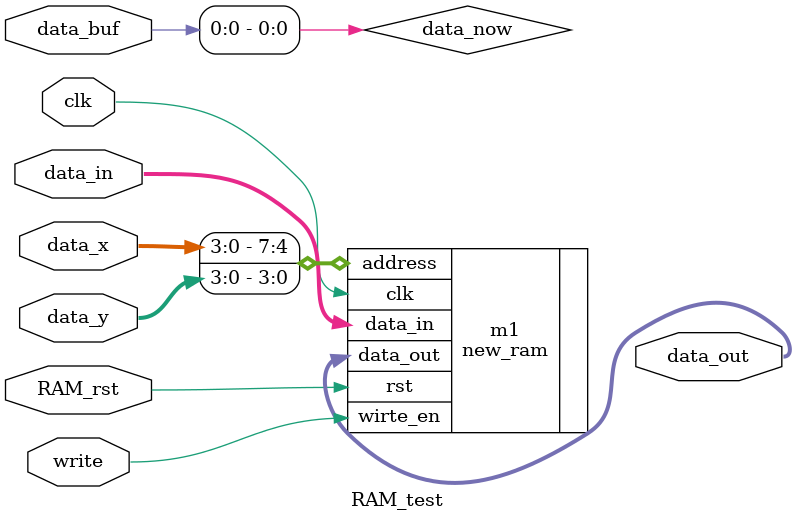
<source format=v>
`timescale 1ns / 1ps
module RAM_test(
	input wire clk,
	input wire RAM_rst,
	input wire write,
	input wire[3:0] data_x,data_y,data_buf,
	input wire[3:0] data_in,
	
	output wire[3:0] data_out
    );
	assign  data_now = data_buf;
	new_ram m1(.clk(clk), .rst(RAM_rst), .wirte_en(write), .address({data_x,data_y}), .data_in(data_in), .data_out(data_out));
	

endmodule

</source>
